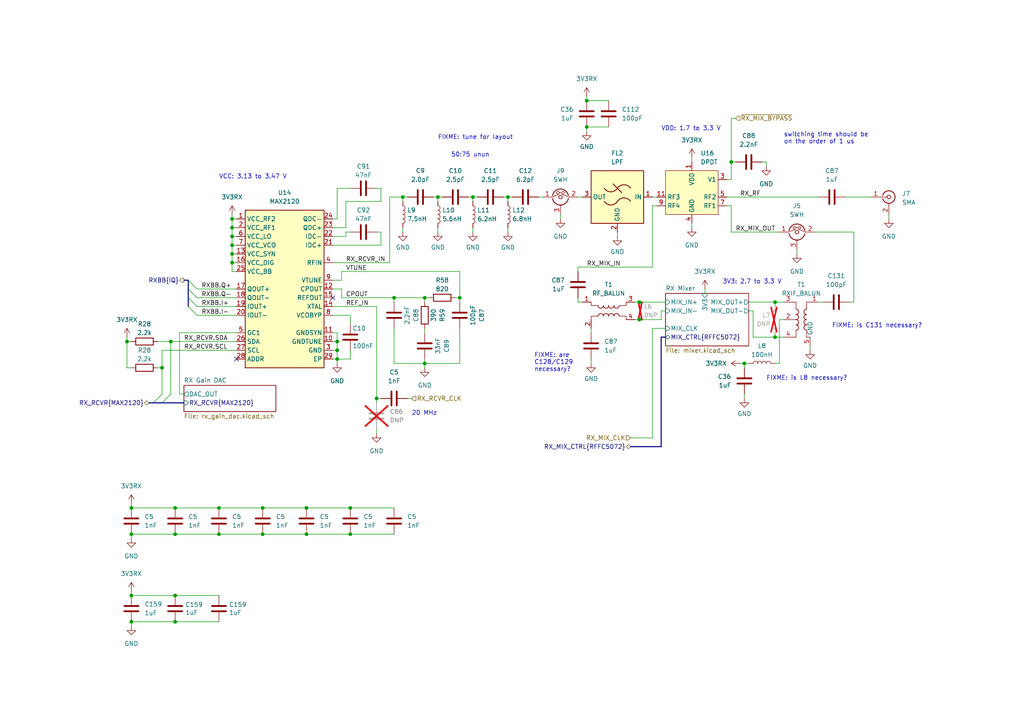
<source format=kicad_sch>
(kicad_sch (version 20230121) (generator eeschema)
  (paper "A4")
  (title_block (title "URTI Mainboard") (date "${DATE}") (rev "${VERSION}") (company "Copyright 2023 Great Scott Gadgets") (comment 1 "Licensed under the CERN-OHL-P v2"))
  (lib_symbols
    (symbol "Connector:Conn_Coaxial" (pin_names (offset 1.016) hide)
      (property "Reference" "J" (at 0.254 3.048 0))
      (property "Value" "Conn_Coaxial" (at 2.921 0 90))
      (symbol "Conn_Coaxial_1_1"
        (pin passive line (at -5.08 0 0) (length 2.54) (name "In") (number "1"))
        (pin passive line (at 0 -5.08 90) (length 2.54) (name "Ext") (number "2"))
      )
    )
    (symbol "Device:C" (pin_numbers hide) (pin_names (offset 0.254))
      (property "Reference" "C" (at 0.635 2.54 0))
      (property "Value" "C" (at 0.635 -2.54 0))
      (symbol "C_1_1"
        (pin passive line (at 0 3.81 270) (length 2.794) (name "~") (number "1"))
        (pin passive line (at 0 -3.81 90) (length 2.794) (name "~") (number "2"))
      )
    )
    (symbol "Device:L" (pin_numbers hide) (pin_names (offset 1.016) hide)
      (property "Reference" "L" (at -1.27 0 90))
      (property "Value" "L" (at 1.905 0 90))
      (symbol "L_1_1"
        (pin passive line (at 0 3.81 270) (length 1.27) (name "1") (number "1"))
        (pin passive line (at 0 -3.81 90) (length 1.27) (name "2") (number "2"))
      )
    )
    (symbol "Device:L_Small" (pin_numbers hide) (pin_names (offset 0.254) hide)
      (property "Reference" "L" (at 0.762 1.016 0))
      (property "Value" "L_Small" (at 0.762 -1.016 0))
      (symbol "L_Small_1_1"
        (pin passive line (at 0 2.54 270) (length 0.508) (name "~") (number "1"))
        (pin passive line (at 0 -2.54 90) (length 0.508) (name "~") (number "2"))
      )
    )
    (symbol "Device:R" (pin_numbers hide) (pin_names (offset 0))
      (property "Reference" "R" (at 2.032 0 90))
      (property "Value" "R" (at 0 0 90))
      (symbol "R_1_1"
        (pin passive line (at 0 3.81 270) (length 1.27) (name "~") (number "1"))
        (pin passive line (at 0 -3.81 90) (length 1.27) (name "~") (number "2"))
      )
    )
    (symbol "GND_2" (power) (pin_names (offset 0))
      (property "Value" "GND_2" (at 0 -3.81 0))
      (symbol "GND_2_1_1"
        (pin power_in line (at 0 0 270) (length 0) hide (name "GND") (number "1"))
      )
    )
    (symbol "RF_Filter:LFCN-80"
      (property "Reference" "FL" (at 0 10.795 0))
      (property "Value" "LFCN-80" (at 0 8.89 0))
      (symbol "LFCN-80_1_1"
        (pin passive line (at -10.16 0 0) (length 2.54) (name "IN") (number "1"))
        (pin passive line (at 0 -10.16 90) (length 2.54) (name "GND") (number "2"))
        (pin passive line (at 10.16 0 180) (length 2.54) (name "OUT") (number "3"))
        (pin passive line (at 0 -10.16 90) (length 2.54) hide (name "GND") (number "4"))
      )
    )
    (symbol "power:GND" (power) (pin_names (offset 0))
      (property "Value" "GND" (at 0 -3.81 0))
      (symbol "GND_1_1"
        (pin power_in line (at 0 0 270) (length 0) hide (name "GND") (number "1"))
      )
    )
    (symbol "radio:1720BL15A0100"
      (property "Reference" "T" (at 0 6.35 0))
      (property "Value" "1720BL15A0100" (at 0 -6.35 0))
      (symbol "1720BL15A0100_1_0"
        (pin no_connect line (at -3.81 0 0) (length 2.54) hide (name "NC") (number "6"))
      )
      (symbol "1720BL15A0100_1_1"
        (pin passive line (at -5.08 5.08 0) (length 2.54) (name "~") (number "1"))
        (pin passive line (at 5.08 0 180) (length 2.54) (name "~") (number "2"))
        (pin passive line (at 5.08 5.08 180) (length 2.54) (name "~") (number "3"))
        (pin passive line (at 5.08 -5.08 180) (length 2.54) (name "~") (number "4"))
        (pin passive line (at -2.54 -7.62 90) (length 2.54) (name "GND") (number "5"))
      )
    )
    (symbol "radio:B0310J50100AHF" (pin_names hide)
      (property "Reference" "T" (at 0 3.81 0))
      (property "Value" "B0310J50100AHF" (at 0 -3.81 0))
      (symbol "B0310J50100AHF_1_0"
        (pin no_connect line (at 1.27 3.81 270) (length 2.54) hide (name "NC") (number "6"))
      )
      (symbol "B0310J50100AHF_1_1"
        (pin passive line (at -7.62 2.54 0) (length 2.54) (name "~") (number "1"))
        (pin passive line (at -5.08 -5.08 90) (length 2.54) (name "GND") (number "2"))
        (pin passive line (at 7.62 2.54 180) (length 2.54) (name "~") (number "3"))
        (pin passive line (at 7.62 -2.54 180) (length 2.54) (name "~") (number "4"))
        (pin no_connect line (at -1.27 3.81 270) (length 2.54) hide (name "NC") (number "5"))
      )
    )
    (symbol "radio:Conn_Coaxial_MM8930-2620" (pin_names (offset 1.016) hide)
      (property "Reference" "J" (at 0 6.35 0))
      (property "Value" "Conn_Coaxial_MM8930-2620" (at 0 3.81 0))
      (symbol "Conn_Coaxial_MM8930-2620_1_1"
        (pin passive line (at -5.08 0 0) (length 2.54) (name "C") (number "1"))
        (pin passive line (at 5.08 0 180) (length 2.54) (name "R") (number "2"))
        (pin passive line (at 0 -5.08 90) (length 2.54) (name "Ext") (number "3"))
      )
    )
    (symbol "radio:MAX2120"
      (property "Reference" "U" (at 0 26.67 0))
      (property "Value" "MAX2120" (at 0 24.13 0))
      (symbol "MAX2120_1_1"
        (pin power_in line (at -13.97 20.32 0) (length 2.54) (name "VCC_RF2") (number "1"))
        (pin power_in line (at 13.97 -15.24 180) (length 2.54) (name "GNDTUNE") (number "10"))
        (pin power_in line (at 13.97 -12.7 180) (length 2.54) (name "GNDSYN") (number "11"))
        (pin output line (at 13.97 0 180) (length 2.54) (name "CPOUT") (number "12"))
        (pin power_in line (at -13.97 10.16 0) (length 2.54) (name "VCC_SYN") (number "13"))
        (pin input line (at 13.97 -5.08 180) (length 2.54) (name "XTAL") (number "14"))
        (pin output line (at 13.97 -2.54 180) (length 2.54) (name "REFOUT") (number "15"))
        (pin power_in line (at -13.97 7.62 0) (length 2.54) (name "VCC_DIG") (number "16"))
        (pin output line (at -13.97 0 0) (length 2.54) (name "QOUT+") (number "17"))
        (pin output line (at -13.97 -2.54 0) (length 2.54) (name "QOUT-") (number "18"))
        (pin output line (at -13.97 -5.08 0) (length 2.54) (name "IOUT+") (number "19"))
        (pin power_in line (at -13.97 17.78 0) (length 2.54) (name "VCC_RF1") (number "2"))
        (pin output line (at -13.97 -7.62 0) (length 2.54) (name "IOUT-") (number "20"))
        (pin passive line (at 13.97 12.7 180) (length 2.54) (name "IDC+") (number "21"))
        (pin passive line (at 13.97 15.24 180) (length 2.54) (name "IDC-") (number "22"))
        (pin passive line (at 13.97 17.78 180) (length 2.54) (name "QDC+") (number "23"))
        (pin passive line (at 13.97 20.32 180) (length 2.54) (name "QDC-") (number "24"))
        (pin power_in line (at -13.97 5.08 0) (length 2.54) (name "VCC_BB") (number "25"))
        (pin input line (at -13.97 -15.24 0) (length 2.54) (name "SDA") (number "26"))
        (pin input line (at -13.97 -17.78 0) (length 2.54) (name "SCL") (number "27"))
        (pin input line (at -13.97 -20.32 0) (length 2.54) (name "ADDR") (number "28"))
        (pin power_in line (at 13.97 -20.32 180) (length 2.54) (name "EP") (number "29"))
        (pin power_in line (at 13.97 -17.78 180) (length 2.54) (name "GND") (number "3"))
        (pin input line (at 13.97 7.62 180) (length 2.54) (name "RFIN") (number "4"))
        (pin input line (at -13.97 -12.7 0) (length 2.54) (name "GC1") (number "5"))
        (pin power_in line (at -13.97 15.24 0) (length 2.54) (name "VCC_LO") (number "6"))
        (pin power_in line (at -13.97 12.7 0) (length 2.54) (name "VCC_VCO") (number "7"))
        (pin passive line (at 13.97 -7.62 180) (length 2.54) (name "VCOBYP") (number "8"))
        (pin input line (at 13.97 2.54 180) (length 2.54) (name "VTUNE") (number "9"))
      )
    )
    (symbol "radio:MXD8546F"
      (property "Reference" "U" (at 6.35 11.43 0))
      (property "Value" "MXD8546F" (at 6.35 8.89 0))
      (symbol "MXD8546F_1_1"
        (pin power_in line (at 0 10.16 270) (length 2.54) (name "VDD") (number "1"))
        (pin passive line (at 0 -7.62 90) (length 2.54) hide (name "GND") (number "10"))
        (pin passive line (at 10.16 0 180) (length 2.54) (name "RF3") (number "11"))
        (pin passive line (at 0 -7.62 90) (length 2.54) hide (name "GND") (number "12"))
        (pin passive line (at 0 -7.62 90) (length 2.54) hide (name "GND") (number "13"))
        (pin no_connect line (at -10.16 0 0) (length 2.54) hide (name "N/C") (number "2"))
        (pin input line (at -10.16 5.08 0) (length 2.54) (name "V1") (number "3"))
        (pin power_in line (at 0 -7.62 90) (length 2.54) (name "GND") (number "4"))
        (pin passive line (at -10.16 0 0) (length 2.54) (name "RF2") (number "5"))
        (pin passive line (at 0 -7.62 90) (length 2.54) hide (name "GND") (number "6"))
        (pin passive line (at -10.16 -2.54 0) (length 2.54) (name "RF1") (number "7"))
        (pin no_connect line (at 10.16 0 180) (length 2.54) hide (name "N/C") (number "8"))
        (pin passive line (at 10.16 -2.54 180) (length 2.54) (name "RF4") (number "9"))
      )
    )
    (symbol "support_hardware:3V3RX" (power) (pin_names (offset 0))
      (property "Value" "3V3RX" (at 0 3.81 0))
      (symbol "3V3RX_1_1"
        (pin power_in line (at 0 0 90) (length 0) hide (name "3V3RX") (number "1"))
      )
    )
  )
  (bus_alias "MAX2120" (members "SCL" "SDA" "GAIN0" "GAIN1" "GAIN2" "GAIN3" "GAIN4" "GAIN5"))
  (junction (at 63.5 147.32))
  (junction (at 63.5 154.94))
  (junction (at 114.3 86.36))
  (junction (at 212.09 46.99))
  (junction (at 127 57.15))
  (junction (at 50.8 180.34))
  (junction (at 36.83 99.06))
  (junction (at 109.22 115.57))
  (junction (at 50.8 172.72))
  (junction (at 215.9 105.41))
  (junction (at 76.2 154.94))
  (junction (at 38.1 172.72))
  (junction (at 185.42 92.71))
  (junction (at 170.18 36.83))
  (junction (at 38.1 147.32))
  (junction (at 133.35 86.36))
  (junction (at 67.31 66.04))
  (junction (at 116.84 57.15))
  (junction (at 224.79 87.63))
  (junction (at 67.31 63.5))
  (junction (at 97.79 101.6))
  (junction (at 97.79 99.06))
  (junction (at 97.79 104.14))
  (junction (at 46.99 106.68))
  (junction (at 224.79 97.79))
  (junction (at 38.1 180.34))
  (junction (at 123.19 105.41))
  (junction (at 170.18 29.21))
  (junction (at 67.31 68.58))
  (junction (at 101.6 147.32))
  (junction (at 67.31 76.2))
  (junction (at 88.9 154.94))
  (junction (at 67.31 71.12))
  (junction (at 76.2 147.32))
  (junction (at 50.8 147.32))
  (junction (at 137.16 57.15))
  (junction (at 123.19 86.36))
  (junction (at 185.42 87.63))
  (junction (at 67.31 73.66))
  (junction (at 50.8 154.94))
  (junction (at 38.1 154.94))
  (junction (at 101.6 154.94))
  (junction (at 88.9 147.32))
  (junction (at 147.32 57.15))
  (junction (at 49.53 99.06))
  (no_connect (at 68.58 104.14))
  (no_connect (at 96.52 86.36))
  (bus_entry (at 54.61 81.28) (size 2.54 2.54))
  (bus_entry (at 54.61 83.82) (size 2.54 2.54))
  (bus_entry (at 44.45 116.84) (size 2.54 -2.54))
  (bus_entry (at 54.61 86.36) (size 2.54 2.54))
  (bus_entry (at 54.61 88.9) (size 2.54 2.54))
  (bus_entry (at 46.99 116.84) (size 2.54 -2.54))
  (wire (pts (xy 213.36 34.29) (xy 212.09 34.29)))
  (wire (pts (xy 123.19 95.25) (xy 123.19 96.52)))
  (wire (pts (xy 67.31 66.04) (xy 68.58 66.04)))
  (wire (pts (xy 189.23 77.47) (xy 189.23 59.69)))
  (wire (pts (xy 57.15 83.82) (xy 68.58 83.82)))
  (wire (pts (xy 36.83 106.68) (xy 38.1 106.68)))
  (wire (pts (xy 101.6 147.32) (xy 114.3 147.32)))
  (wire (pts (xy 101.6 154.94) (xy 114.3 154.94)))
  (wire (pts (xy 231.14 72.39) (xy 231.14 73.66)))
  (wire (pts (xy 191.77 92.71) (xy 185.42 92.71)))
  (wire (pts (xy 171.45 95.25) (xy 171.45 96.52)))
  (wire (pts (xy 245.11 57.15) (xy 252.73 57.15)))
  (wire (pts (xy 109.22 115.57) (xy 109.22 116.84)))
  (wire (pts (xy 170.18 36.83) (xy 170.18 38.1)))
  (wire (pts (xy 191.77 90.17) (xy 191.77 92.71)))
  (wire (pts (xy 224.79 97.79) (xy 224.79 96.52)))
  (wire (pts (xy 215.9 105.41) (xy 215.9 106.68)))
  (wire (pts (xy 257.81 62.23) (xy 257.81 63.5)))
  (wire (pts (xy 110.49 58.42) (xy 110.49 54.61)))
  (wire (pts (xy 99.06 78.74) (xy 99.06 81.28)))
  (wire (pts (xy 171.45 104.14) (xy 171.45 105.41)))
  (wire (pts (xy 36.83 97.79) (xy 36.83 99.06)))
  (wire (pts (xy 215.9 105.41) (xy 217.17 105.41)))
  (bus (pts (xy 191.77 97.79) (xy 191.77 129.54)))
  (wire (pts (xy 67.31 76.2) (xy 68.58 76.2)))
  (wire (pts (xy 123.19 105.41) (xy 133.35 105.41)))
  (bus (pts (xy 54.61 83.82) (xy 54.61 81.28)))
  (wire (pts (xy 193.04 90.17) (xy 191.77 90.17)))
  (wire (pts (xy 212.09 59.69) (xy 212.09 67.31)))
  (wire (pts (xy 97.79 96.52) (xy 97.79 99.06)))
  (wire (pts (xy 114.3 95.25) (xy 114.3 105.41)))
  (wire (pts (xy 246.38 87.63) (xy 247.65 87.63)))
  (wire (pts (xy 167.64 77.47) (xy 189.23 77.47)))
  (wire (pts (xy 116.84 66.04) (xy 116.84 67.31)))
  (wire (pts (xy 38.1 146.05) (xy 38.1 147.32)))
  (wire (pts (xy 236.22 67.31) (xy 247.65 67.31)))
  (wire (pts (xy 57.15 91.44) (xy 68.58 91.44)))
  (wire (pts (xy 167.64 87.63) (xy 168.91 87.63)))
  (wire (pts (xy 210.82 57.15) (xy 237.49 57.15)))
  (wire (pts (xy 96.52 83.82) (xy 99.06 83.82)))
  (wire (pts (xy 217.17 87.63) (xy 224.79 87.63)))
  (wire (pts (xy 96.52 81.28) (xy 99.06 81.28)))
  (wire (pts (xy 184.15 87.63) (xy 185.42 87.63)))
  (wire (pts (xy 96.52 71.12) (xy 110.49 71.12)))
  (wire (pts (xy 99.06 83.82) (xy 99.06 86.36)))
  (wire (pts (xy 67.31 76.2) (xy 67.31 78.74)))
  (wire (pts (xy 234.95 100.33) (xy 234.95 101.6)))
  (bus (pts (xy 44.45 116.84) (xy 46.99 116.84)))
  (wire (pts (xy 133.35 86.36) (xy 132.08 86.36)))
  (wire (pts (xy 217.17 90.17) (xy 218.44 90.17)))
  (wire (pts (xy 109.22 124.46) (xy 109.22 125.73)))
  (wire (pts (xy 46.99 106.68) (xy 46.99 114.3)))
  (wire (pts (xy 100.33 66.04) (xy 100.33 58.42)))
  (wire (pts (xy 45.72 106.68) (xy 46.99 106.68)))
  (wire (pts (xy 67.31 68.58) (xy 68.58 68.58)))
  (wire (pts (xy 100.33 58.42) (xy 110.49 58.42)))
  (wire (pts (xy 133.35 86.36) (xy 133.35 87.63)))
  (wire (pts (xy 38.1 154.94) (xy 50.8 154.94)))
  (wire (pts (xy 67.31 62.23) (xy 67.31 63.5)))
  (wire (pts (xy 99.06 86.36) (xy 114.3 86.36)))
  (wire (pts (xy 222.25 46.99) (xy 222.25 48.26)))
  (wire (pts (xy 50.8 172.72) (xy 63.5 172.72)))
  (wire (pts (xy 167.64 78.74) (xy 167.64 77.47)))
  (wire (pts (xy 88.9 147.32) (xy 101.6 147.32)))
  (wire (pts (xy 213.36 46.99) (xy 212.09 46.99)))
  (wire (pts (xy 96.52 104.14) (xy 97.79 104.14)))
  (wire (pts (xy 114.3 86.36) (xy 114.3 87.63)))
  (wire (pts (xy 123.19 105.41) (xy 123.19 106.68)))
  (wire (pts (xy 170.18 36.83) (xy 176.53 36.83)))
  (wire (pts (xy 226.06 105.41) (xy 224.79 105.41)))
  (bus (pts (xy 182.88 129.54) (xy 191.77 129.54)))
  (wire (pts (xy 38.1 154.94) (xy 38.1 156.21)))
  (wire (pts (xy 137.16 57.15) (xy 137.16 58.42)))
  (wire (pts (xy 110.49 54.61) (xy 109.22 54.61)))
  (wire (pts (xy 227.33 92.71) (xy 226.06 92.71)))
  (wire (pts (xy 133.35 78.74) (xy 99.06 78.74)))
  (wire (pts (xy 224.79 87.63) (xy 224.79 88.9)))
  (wire (pts (xy 101.6 54.61) (xy 97.79 54.61)))
  (wire (pts (xy 185.42 87.63) (xy 193.04 87.63)))
  (wire (pts (xy 67.31 66.04) (xy 67.31 68.58)))
  (wire (pts (xy 97.79 99.06) (xy 97.79 101.6)))
  (wire (pts (xy 45.72 99.06) (xy 49.53 99.06)))
  (wire (pts (xy 125.73 57.15) (xy 127 57.15)))
  (wire (pts (xy 67.31 63.5) (xy 67.31 66.04)))
  (wire (pts (xy 212.09 67.31) (xy 226.06 67.31)))
  (wire (pts (xy 38.1 171.45) (xy 38.1 172.72)))
  (bus (pts (xy 193.04 97.79) (xy 191.77 97.79)))
  (wire (pts (xy 170.18 27.94) (xy 170.18 29.21)))
  (wire (pts (xy 38.1 147.32) (xy 50.8 147.32)))
  (wire (pts (xy 123.19 104.14) (xy 123.19 105.41)))
  (wire (pts (xy 189.23 95.25) (xy 193.04 95.25)))
  (wire (pts (xy 247.65 87.63) (xy 247.65 67.31)))
  (bus (pts (xy 53.34 81.28) (xy 54.61 81.28)))
  (bus (pts (xy 46.99 116.84) (xy 53.34 116.84)))
  (wire (pts (xy 220.98 46.99) (xy 222.25 46.99)))
  (bus (pts (xy 54.61 86.36) (xy 54.61 83.82)))
  (bus (pts (xy 43.18 116.84) (xy 44.45 116.84)))
  (wire (pts (xy 67.31 71.12) (xy 68.58 71.12)))
  (wire (pts (xy 67.31 63.5) (xy 68.58 63.5)))
  (wire (pts (xy 218.44 97.79) (xy 224.79 97.79)))
  (wire (pts (xy 109.22 115.57) (xy 110.49 115.57)))
  (wire (pts (xy 101.6 91.44) (xy 101.6 93.98)))
  (wire (pts (xy 156.21 57.15) (xy 157.48 57.15)))
  (wire (pts (xy 97.79 54.61) (xy 97.79 63.5)))
  (wire (pts (xy 67.31 73.66) (xy 67.31 76.2)))
  (wire (pts (xy 96.52 66.04) (xy 100.33 66.04)))
  (wire (pts (xy 214.63 105.41) (xy 215.9 105.41)))
  (wire (pts (xy 146.05 57.15) (xy 147.32 57.15)))
  (wire (pts (xy 67.31 78.74) (xy 68.58 78.74)))
  (wire (pts (xy 147.32 57.15) (xy 147.32 58.42)))
  (wire (pts (xy 133.35 95.25) (xy 133.35 105.41)))
  (wire (pts (xy 133.35 86.36) (xy 133.35 78.74)))
  (wire (pts (xy 123.19 105.41) (xy 114.3 105.41)))
  (wire (pts (xy 167.64 86.36) (xy 167.64 87.63)))
  (wire (pts (xy 97.79 101.6) (xy 97.79 104.14)))
  (wire (pts (xy 97.79 104.14) (xy 97.79 105.41)))
  (wire (pts (xy 63.5 147.32) (xy 76.2 147.32)))
  (wire (pts (xy 67.31 68.58) (xy 67.31 71.12)))
  (wire (pts (xy 36.83 99.06) (xy 38.1 99.06)))
  (wire (pts (xy 212.09 59.69) (xy 210.82 59.69)))
  (wire (pts (xy 127 66.04) (xy 127 67.31)))
  (wire (pts (xy 68.58 101.6) (xy 46.99 101.6)))
  (wire (pts (xy 96.52 91.44) (xy 101.6 91.44)))
  (wire (pts (xy 127 57.15) (xy 127 58.42)))
  (wire (pts (xy 226.06 92.71) (xy 226.06 105.41)))
  (wire (pts (xy 135.89 57.15) (xy 137.16 57.15)))
  (wire (pts (xy 200.66 45.72) (xy 200.66 46.99)))
  (wire (pts (xy 189.23 127) (xy 189.23 95.25)))
  (wire (pts (xy 57.15 88.9) (xy 68.58 88.9)))
  (wire (pts (xy 118.11 115.57) (xy 119.38 115.57)))
  (wire (pts (xy 96.52 88.9) (xy 109.22 88.9)))
  (wire (pts (xy 227.33 87.63) (xy 224.79 87.63)))
  (wire (pts (xy 76.2 147.32) (xy 88.9 147.32)))
  (bus (pts (xy 54.61 88.9) (xy 54.61 86.36)))
  (wire (pts (xy 88.9 154.94) (xy 101.6 154.94)))
  (wire (pts (xy 96.52 101.6) (xy 97.79 101.6)))
  (wire (pts (xy 162.56 62.23) (xy 162.56 63.5)))
  (wire (pts (xy 184.15 92.71) (xy 185.42 92.71)))
  (wire (pts (xy 113.03 57.15) (xy 116.84 57.15)))
  (wire (pts (xy 200.66 64.77) (xy 200.66 66.04)))
  (wire (pts (xy 46.99 101.6) (xy 46.99 106.68)))
  (wire (pts (xy 212.09 46.99) (xy 212.09 52.07)))
  (wire (pts (xy 182.88 127) (xy 189.23 127)))
  (wire (pts (xy 101.6 101.6) (xy 101.6 104.14)))
  (wire (pts (xy 116.84 57.15) (xy 116.84 58.42)))
  (wire (pts (xy 109.22 67.31) (xy 110.49 67.31)))
  (wire (pts (xy 123.19 86.36) (xy 114.3 86.36)))
  (wire (pts (xy 204.47 83.82) (xy 204.47 85.09)))
  (wire (pts (xy 38.1 180.34) (xy 38.1 181.61)))
  (wire (pts (xy 96.52 96.52) (xy 97.79 96.52)))
  (wire (pts (xy 189.23 57.15) (xy 190.5 57.15)))
  (wire (pts (xy 57.15 86.36) (xy 68.58 86.36)))
  (wire (pts (xy 76.2 154.94) (xy 88.9 154.94)))
  (wire (pts (xy 36.83 99.06) (xy 36.83 106.68)))
  (wire (pts (xy 49.53 99.06) (xy 68.58 99.06)))
  (wire (pts (xy 189.23 59.69) (xy 190.5 59.69)))
  (wire (pts (xy 52.07 114.3) (xy 53.34 114.3)))
  (wire (pts (xy 116.84 57.15) (xy 118.11 57.15)))
  (wire (pts (xy 52.07 96.52) (xy 52.07 114.3)))
  (wire (pts (xy 124.46 86.36) (xy 123.19 86.36)))
  (wire (pts (xy 170.18 29.21) (xy 176.53 29.21)))
  (wire (pts (xy 137.16 66.04) (xy 137.16 67.31)))
  (wire (pts (xy 63.5 154.94) (xy 76.2 154.94)))
  (wire (pts (xy 96.52 76.2) (xy 113.03 76.2)))
  (wire (pts (xy 67.31 73.66) (xy 68.58 73.66)))
  (wire (pts (xy 49.53 99.06) (xy 49.53 114.3)))
  (wire (pts (xy 110.49 71.12) (xy 110.49 67.31)))
  (wire (pts (xy 101.6 104.14) (xy 97.79 104.14)))
  (wire (pts (xy 227.33 97.79) (xy 224.79 97.79)))
  (wire (pts (xy 101.6 67.31) (xy 100.33 67.31)))
  (wire (pts (xy 52.07 96.52) (xy 68.58 96.52)))
  (wire (pts (xy 127 57.15) (xy 128.27 57.15)))
  (wire (pts (xy 215.9 114.3) (xy 215.9 115.57)))
  (wire (pts (xy 96.52 68.58) (xy 100.33 68.58)))
  (wire (pts (xy 137.16 57.15) (xy 138.43 57.15)))
  (wire (pts (xy 212.09 34.29) (xy 212.09 46.99)))
  (wire (pts (xy 67.31 71.12) (xy 67.31 73.66)))
  (wire (pts (xy 38.1 180.34) (xy 50.8 180.34)))
  (wire (pts (xy 167.64 57.15) (xy 168.91 57.15)))
  (wire (pts (xy 100.33 67.31) (xy 100.33 68.58)))
  (wire (pts (xy 218.44 90.17) (xy 218.44 97.79)))
  (wire (pts (xy 50.8 154.94) (xy 63.5 154.94)))
  (wire (pts (xy 109.22 88.9) (xy 109.22 115.57)))
  (wire (pts (xy 113.03 76.2) (xy 113.03 57.15)))
  (wire (pts (xy 50.8 180.34) (xy 63.5 180.34)))
  (wire (pts (xy 147.32 57.15) (xy 148.59 57.15)))
  (wire (pts (xy 212.09 52.07) (xy 210.82 52.07)))
  (wire (pts (xy 237.49 87.63) (xy 238.76 87.63)))
  (wire (pts (xy 96.52 63.5) (xy 97.79 63.5)))
  (wire (pts (xy 38.1 172.72) (xy 50.8 172.72)))
  (wire (pts (xy 50.8 147.32) (xy 63.5 147.32)))
  (wire (pts (xy 179.07 67.31) (xy 179.07 68.58)))
  (wire (pts (xy 147.32 66.04) (xy 147.32 67.31)))
  (wire (pts (xy 96.52 99.06) (xy 97.79 99.06)))
  (wire (pts (xy 123.19 86.36) (xy 123.19 87.63)))
  (text "20 MHz" (at 119.38 120.65 0) (effects (font (size 1.27 1.27)) (justify left bottom)))
  (text "3V3: 2.7 to 3.3 V" (at 209.55 82.55 0) (effects (font (size 1.27 1.27)) (justify left bottom)))
  (text "FIXME: is C131 necessary?" (at 241.3 95.25 0) (effects (font (size 1.27 1.27)) (justify left bottom)))
  (text "switching time should be\non the order of 1 us" (at 227.33 41.91 0) (effects (font (size 1.27 1.27)) (justify left bottom)))
  (text "FIXME: are\nC128/C129\nnecessary?" (at 154.94 107.95 0) (effects (font (size 1.27 1.27)) (justify left bottom)))
  (text "VCC: 3.13 to 3.47 V" (at 63.5 52.07 0) (effects (font (size 1.27 1.27)) (justify left bottom)))
  (text "FIXME: tune for layout" (at 127 40.64 0) (effects (font (size 1.27 1.27)) (justify left bottom)))
  (text "FIXME: is L8 necessary?" (at 222.25 110.49 0) (effects (font (size 1.27 1.27)) (justify left bottom)))
  (text "VDD: 1.7 to 3.3 V" (at 191.77 38.1 0) (effects (font (size 1.27 1.27)) (justify left bottom)))
  (text "50:75 unun" (at 130.81 45.72 0) (effects (font (size 1.27 1.27)) (justify left bottom)))
  (label "RX_RCVR_IN" (at 100.33 76.2 0))
  (label "VTUNE" (at 100.33 78.74 0))
  (label "REF_IN" (at 100.33 88.9 0))
  (label "RXBB.I-" (at 58.42 91.44 0))
  (label "RXBB.I+" (at 58.42 88.9 0))
  (label "RXBB.Q+" (at 58.42 83.82 0))
  (label "RXBB.Q-" (at 58.42 86.36 0))
  (label "RX_MIX_IN" (at 170.18 77.47 0))
  (label "RX_MIX_OUT" (at 213.36 67.31 0))
  (label "RX_RCVR.SCL" (at 53.34 101.6 0))
  (label "RX_RF" (at 214.63 57.15 0))
  (label "CPOUT" (at 100.33 86.36 0))
  (label "RX_RCVR.SDA" (at 53.34 99.06 0))
  (hierarchical_label "RXBB{IQ}" (shape output) (at 53.34 81.28 180))
  (hierarchical_label "RX_RCVR{MAX2120}" (shape bidirectional) (at 43.18 116.84 180))
  (hierarchical_label "RX_MIX_CLK" (shape input) (at 182.88 127 180))
  (hierarchical_label "RX_MIX_CTRL{RFFC5072}" (shape bidirectional) (at 182.88 129.54 180))
  (hierarchical_label "RX_RCVR_CLK" (shape input) (at 119.38 115.57 0))
  (hierarchical_label "~{RX_MIX_BYPASS}" (shape input) (at 213.36 34.29 0))
  (symbol (lib_id "Device:C") (at 109.22 120.65 0) (unit 1) (dnp yes)
    (property "Reference" "C86" (at 113.03 119.38 0) (effects (justify left)))
    (property "Value" "DNP" (at 113.03 121.92 0) (effects (justify left)))
    (instances (project "mainboard" (path "" (reference "C86") (unit 1)) (path "" (reference "C87") (unit 1)) (path "" (reference "C95") (unit 1))))
  )
  (symbol (lib_id "Device:C") (at 123.19 100.33 0) (mirror x) (unit 1)
    (property "Reference" "C89" (at 129.54 100.33 90))
    (property "Value" "33nF" (at 127 100.33 90))
    (instances (project "mainboard" (path "" (reference "C89") (unit 1)) (path "" (reference "C89") (unit 1)) (path "" (reference "C98") (unit 1))))
  )
  (symbol (lib_id "Device:C") (at 241.3 57.15 90) (unit 1)
    (property "Reference" "C87" (at 241.3 49.53 90))
    (property "Value" "1uF" (at 241.3 52.07 90))
    (property "Footprint" "Capacitor_SMD:C_0201_0603Metric" (effects hide))
    (property "Description" "CAP CER 1UF 10V X5R 0201" (effects hide))
    (property "Manufacturer" "Murata" (effects hide))
    (property "Part Number" "GRM033R61A105ME44D" (effects hide))
    (property "Substitution" "GRM033R61A105ME44*, GRM033R61C105ME15*, Samsung CL03A105MO3NRN*" (effects hide))
    (instances (project "mainboard" (path "" (reference "C87") (unit 1)) (path "" (reference "C153") (unit 1)) (path "" (reference "C154") (unit 1))))
  )
  (symbol (lib_id "Device:L") (at 220.98 105.41 90) (unit 1)
    (property "Reference" "L8" (at 220.98 100.33 90))
    (property "Value" "100nH" (at 220.98 102.87 90))
    (property "Footprint" "Inductor_SMD:L_0201_0603Metric" (effects hide))
    (property "Description" "FIXED IND 100NH 80MA 8.05OHM SMD" (effects hide))
    (property "Manufacturer" "Murata" (effects hide))
    (property "Part Number" "LQP03TGR10J02D" (effects hide))
  )
  (symbol (lib_id "Device:C") (at 38.1 151.13 0) (unit 1)
    (property "Reference" "C5" (at 41.91 149.86 0) (effects (justify left)))
    (property "Value" "1nF" (at 41.91 152.4 0) (effects (justify left)))
    (property "Footprint" "Capacitor_SMD:C_0402_1005Metric" (effects hide))
    (property "Part Number" "CL05B102KB5NNNC" (effects hide))
    (property "Substitution" "any equivalent" (effects hide))
    (property "Description" "CAP CER 1000PF 50V X7R 0402" (effects hide))
    (property "Manufacturer" "Samsung" (effects hide))
    (instances (project "mainboard" (path "" (reference "C5") (unit 1)) (path "" (reference "C166") (unit 1))))
  )
  (symbol (lib_id "Device:C") (at 88.9 151.13 0) (unit 1)
    (property "Reference" "C5" (at 92.71 149.86 0) (effects (justify left)))
    (property "Value" "1nF" (at 92.71 152.4 0) (effects (justify left)))
    (property "Footprint" "Capacitor_SMD:C_0402_1005Metric" (effects hide))
    (property "Part Number" "CL05B102KB5NNNC" (effects hide))
    (property "Substitution" "any equivalent" (effects hide))
    (property "Description" "CAP CER 1000PF 50V X7R 0402" (effects hide))
    (property "Manufacturer" "Samsung" (effects hide))
    (instances (project "mainboard" (path "" (reference "C5") (unit 1)) (path "" (reference "C170") (unit 1))))
  )
  (symbol (lib_id "power:GND") (at 231.14 73.66 0) (unit 1)
    (property "Reference" "#PWR023" (effects hide))
    (property "Value" "GND" (at 231.14 78.74 0))
    (instances (project "ununs" (path "" (reference "#PWR023") (unit 1))) (project "mainboard" (path "" (reference "#PWR0158") (unit 1))))
  )
  (symbol (lib_id "support_hardware:3V3RX") (at 214.63 105.41 90) (unit 1)
    (property "Reference" "#PWR0263" (effects hide))
    (property "Value" "3V3RX" (at 210.82 105.41 90) (effects (justify left)))
  )
  (symbol (lib_id "support_hardware:3V3RX") (at 38.1 171.45 0) (unit 1)
    (property "Reference" "#PWR069" (effects hide))
    (property "Value" "3V3RX" (at 38.1 166.37 0))
  )
  (symbol (lib_id "power:GND") (at 38.1 181.61 0) (unit 1)
    (property "Reference" "#PWR067" (effects hide))
    (property "Value" "GND" (at 38.1 186.69 0))
  )
  (symbol (lib_id "power:GND") (at 116.84 67.31 0) (unit 1)
    (property "Reference" "#PWR020" (effects hide))
    (property "Value" "GND" (at 116.84 71.7534 0))
    (instances (project "ununs" (path "" (reference "#PWR020") (unit 1))) (project "mainboard" (path "" (reference "#PWR0203") (unit 1))))
  )
  (symbol (lib_id "radio:MAX2120") (at 82.55 83.82 0) (unit 1)
    (property "Reference" "U14" (at 82.55 55.88 0))
    (property "Value" "MAX2120" (at 82.55 58.42 0))
    (property "Footprint" "Package_DFN_QFN:QFN-28-1EP_5x5mm_P0.5mm_EP3.35x3.35mm_ThermalVias" (effects hide))
    (property "Datasheet" "https://www.analog.com/media/en/technical-documentation/data-sheets/MAX2120.pdf" (effects hide))
    (property "Manufacturer" "Analog Devices" (effects hide))
    (property "Description" "RF RCVR 925MHZ-2.175GHZ 28TQFN" (effects hide))
    (property "Part Number" "MAX2120CTI+T" (effects hide))
    (property "Substitution" "MAX2120CTI+" (effects hide))
  )
  (symbol (lib_id "Device:C") (at 152.4 57.15 90) (unit 1)
    (property "Reference" "C12" (at 152.4 49.53 90))
    (property "Value" "6.2pF" (at 152.4 52.07 90))
    (property "Footprint" "Capacitor_SMD:C_0201_0603Metric" (effects hide))
    (property "Description" "CAP CER 6.2PF 50V C0G/NP0 0201" (effects hide))
    (property "Manufacturer" "Murata" (effects hide))
    (property "Part Number" "GRM0335C1H6R2BA01D" (effects hide))
    (property "Substitution" "GRM0335C1H6R2BA01*" (effects hide))
    (instances (project "ununs" (path "" (reference "C12") (unit 1))) (project "mainboard" (path "" (reference "C111") (unit 1))))
  )
  (symbol (lib_id "Device:R") (at 41.91 106.68 270) (unit 1)
    (property "Reference" "R28" (at 41.91 101.6 90))
    (property "Value" "2.2k" (at 41.91 104.14 90))
    (property "Footprint" "Resistor_SMD:R_0402_1005Metric" (effects hide))
    (property "Part Number" "RC0402JR-072K2L" (effects hide))
    (property "Substitution" "any equivalent" (effects hide))
    (property "Description" "RES 2.2K OHM 5% 1/16W 0402" (effects hide))
    (property "Manufacturer" "Yageo" (effects hide))
    (instances (project "mainboard" (path "" (reference "R28") (unit 1)) (path "" (reference "R61") (unit 1))))
  )
  (symbol (lib_id "Device:C") (at 242.57 87.63 270) (unit 1)
    (property "Reference" "C131" (at 242.57 80.01 90))
    (property "Value" "100pF" (at 242.57 82.55 90))
    (property "Footprint" "Capacitor_SMD:C_0201_0603Metric" (effects hide))
    (property "Description" "CAP CER 100PF 25V C0G/NP0 0201" (effects hide))
    (property "Manufacturer" "Samsung" (effects hide))
    (property "Part Number" "CL03C101JA3NNNC" (effects hide))
  )
  (symbol (lib_id "RF_Filter:LFCN-80") (at 179.07 57.15 0) (mirror y) (unit 1)
    (property "Reference" "FL2" (at 179.07 44.45 0))
    (property "Value" "LPF" (at 179.07 46.99 0))
    (property "Datasheet" "https://productfinder.pulseelectronics.com/api/open/part-attachments/datasheet/LPF1005LL50R2400A" (effects hide))
    (property "Manufacturer" "Yageo" (effects hide))
    (property "Part Number" "LPF1005LL50R2400A" (effects hide))
    (property "Description" "RF FILTER LOW PASS 2.45GHZ 0402" (effects hide))
    (instances (project "mainboard" (path "" (reference "FL2") (unit 1)) (path "" (reference "FL2") (unit 1)) (path "" (reference "FL3") (unit 1))))
  )
  (symbol (lib_id "power:GND") (at 38.1 156.21 0) (unit 1)
    (property "Reference" "#PWR062" (effects hide))
    (property "Value" "GND" (at 38.1 161.29 0))
  )
  (symbol (lib_id "radio:MXD8546F") (at 200.66 57.15 0) (mirror y) (unit 1)
    (property "Reference" "U16" (at 203.2 44.45 0) (effects (justify right)))
    (property "Value" "DPDT" (at 203.2 46.99 0) (effects (justify right)))
    (property "Footprint" "eval:QFN-12-1EP_2x2mm_P0.5mm_EP1x1mm" (effects hide))
    (property "Datasheet" "https://datasheet.lcsc.com/lcsc/1912111437_Maxscend-MXD8546FA_C462321.pdf" (effects hide))
    (property "Manufacturer" "Maxscend" (effects hide))
    (property "Part Number" "MXD8546FA" (effects hide))
    (property "Description" "X-DPDT RF SWITCH" (effects hide))
  )
  (symbol (lib_id "power:GND") (at 97.79 105.41 0) (unit 1)
    (property "Reference" "#PWR0196" (effects hide))
    (property "Value" "GND" (at 97.79 110.49 0))
  )
  (symbol (lib_id "Device:R") (at 123.19 91.44 0) (mirror x) (unit 1)
    (property "Reference" "R59" (at 128.27 91.44 90))
    (property "Value" "390" (at 125.73 91.44 90))
    (instances (project "mainboard" (path "" (reference "R59") (unit 1)) (path "" (reference "R58") (unit 1)) (path "" (reference "R62") (unit 1))))
  )
  (symbol (lib_id "power:GND") (at 257.81 63.5 0) (unit 1)
    (property "Reference" "#PWR023" (effects hide))
    (property "Value" "GND" (at 257.81 68.58 0))
    (instances (project "ununs" (path "" (reference "#PWR023") (unit 1))) (project "mainboard" (path "" (reference "#PWR0266") (unit 1))))
  )
  (symbol (lib_id "radio:Conn_Coaxial_MM8930-2620") (at 162.56 57.15 0) (unit 1)
    (property "Reference" "J9" (at 162.56 49.53 0))
    (property "Value" "SWH" (at 162.56 52.07 0))
    (property "Datasheet" "https://www.murata.com/-/media/webrenewal/support/library/catalog/products/connector/o30e.ashx" (effects hide))
    (property "Description" "COAX CONN TWO-WAY" (effects hide))
    (property "Manufacturer" "Murata" (effects hide))
    (property "Part Number" "MM8930-2620RJ4" (effects hide))
    (property "Substitution" "MM8930-2620RK15" (effects hide))
  )
  (symbol (lib_id "Device:C") (at 132.08 57.15 90) (unit 1)
    (property "Reference" "C10" (at 132.08 49.53 90))
    (property "Value" "2.5pF" (at 132.08 52.07 90))
    (property "Footprint" "Capacitor_SMD:C_0201_0603Metric" (effects hide))
    (property "Description" "CAP CER 2.5PF 50V C0G/NP0 0201" (effects hide))
    (property "Manufacturer" "Murata" (effects hide))
    (property "Part Number" "GRM0335C1H2R5BA01D" (effects hide))
    (property "Substitution" "GRM0335C1H2R5BA01*" (effects hide))
    (instances (project "ununs" (path "" (reference "C10") (unit 1))) (project "mainboard" (path "" (reference "C109") (unit 1))))
  )
  (symbol (lib_id "radio:1720BL15A0100") (at 232.41 92.71 0) (mirror y) (unit 1)
    (property "Reference" "T1" (at 232.41 82.55 0))
    (property "Value" "RXIF_BALUN" (at 232.41 85.09 0))
    (property "Datasheet" "https://www.johansontechnology.com/datasheets/1720BL15A0100/1720BL15A0100.pdf" (effects hide))
    (property "Manufacturer" "Johanson Technology" (effects hide))
    (property "Part Number" "1720BL15A0100001E" (effects hide))
    (property "Description" "BALUN 625MHZ-2.8GHZ 50/100 0805" (effects hide))
    (property "Substitution" "1720BL15A0100, 1720BL15A0100E" (effects hide))
    (instances (project "mainboard" (path "" (reference "T1") (unit 1)) (path "" (reference "T2") (unit 1))))
  )
  (symbol (lib_id "power:GND") (at 222.25 48.26 0) (unit 1)
    (property "Reference" "#PWR023" (effects hide))
    (property "Value" "GND" (at 222.25 53.34 0))
    (instances (project "ununs" (path "" (reference "#PWR023") (unit 1))) (project "mainboard" (path "" (reference "#PWR0222") (unit 1))))
  )
  (symbol (lib_id "Device:L") (at 116.84 62.23 0) (unit 1)
    (property "Reference" "L9" (at 118.11 60.96 0) (effects (justify left)))
    (property "Value" "7.5nH" (at 118.11 63.5 0) (effects (justify left)))
    (property "Footprint" "Inductor_SMD:L_0201_0603Metric" (effects hide))
    (property "Description" "FIXED IND 7.5NH 400MA 300MOHM SM" (effects hide))
    (property "Manufacturer" "Murata" (effects hide))
    (property "Part Number" "LQP03HQ7N5H02D" (effects hide))
    (instances (project "ununs" (path "" (reference "L9") (unit 1))) (project "mainboard" (path "" (reference "L2") (unit 1))))
  )
  (symbol (lib_id "support_hardware:3V3RX") (at 38.1 146.05 0) (unit 1)
    (property "Reference" "#PWR063" (effects hide))
    (property "Value" "3V3RX" (at 38.1 140.97 0))
  )
  (symbol (lib_id "Device:C") (at 105.41 67.31 90) (unit 1)
    (property "Reference" "C92" (at 105.41 60.96 90))
    (property "Value" "47nF" (at 105.41 63.5 90))
    (property "Footprint" "Capacitor_SMD:C_0201_0603Metric" (effects hide))
  )
  (symbol (lib_id "power:GND") (at 162.56 63.5 0) (unit 1)
    (property "Reference" "#PWR023" (effects hide))
    (property "Value" "GND" (at 162.56 68.58 0))
    (instances (project "ununs" (path "" (reference "#PWR023") (unit 1))) (project "mainboard" (path "" (reference "#PWR0180") (unit 1))))
  )
  (symbol (lib_id "support_hardware:3V3RX") (at 36.83 97.79 0) (unit 1)
    (property "Reference" "#PWR0195" (effects hide))
    (property "Value" "3V3RX" (at 36.83 92.71 0))
  )
  (symbol (lib_id "Device:C") (at 105.41 54.61 90) (unit 1)
    (property "Reference" "C91" (at 105.41 48.26 90))
    (property "Value" "47nF" (at 105.41 50.8 90))
    (property "Footprint" "Capacitor_SMD:C_0201_0603Metric" (effects hide))
  )
  (symbol (lib_id "Device:C") (at 63.5 176.53 0) (unit 1)
    (property "Reference" "C159" (at 66.421 175.3616 0) (effects (justify left)))
    (property "Value" "1uF" (at 66.421 177.673 0) (effects (justify left)))
    (property "Footprint" "Capacitor_SMD:C_0402_1005Metric" (effects hide))
    (property "Part Number" "CL05A105KP5NNNC" (effects hide))
    (property "Substitution" "any equivalent" (effects hide))
    (property "Description" "CAP CER 1UF 10V X5R 0402" (effects hide))
    (property "Manufacturer" "Samsung" (effects hide))
    (instances (project "mainboard" (path "" (reference "C159") (unit 1)) (path "" (reference "C158") (unit 1)) (path "" (reference "C160") (unit 1)) (path "" (reference "C175") (unit 1))))
  )
  (symbol (lib_id "support_hardware:3V3RX") (at 170.18 27.94 0) (unit 1)
    (property "Reference" "#PWR0221" (effects hide))
    (property "Value" "3V3RX" (at 170.18 22.86 0))
  )
  (symbol (lib_id "Device:C") (at 114.3 91.44 0) (mirror x) (unit 1)
    (property "Reference" "C88" (at 120.65 91.44 90))
    (property "Value" "2.2nF" (at 118.11 91.44 90))
    (property "Footprint" "Capacitor_SMD:C_0201_0603Metric" (effects hide))
    (property "Description" "CAP CER 2200PF 10V X7R 0201" (effects hide))
    (property "Manufacturer" "Murata" (effects hide))
    (property "Part Number" "GRM033R71A222KA01D" (effects hide))
    (property "Substitution" "GRM033R71A222KA01*" (effects hide))
    (instances (project "mainboard" (path "" (reference "C88") (unit 1)) (path "" (reference "C88") (unit 1)) (path "" (reference "C97") (unit 1))))
  )
  (symbol (lib_id "Device:L") (at 147.32 62.23 0) (unit 1)
    (property "Reference" "L12" (at 148.59 60.96 0) (effects (justify left)))
    (property "Value" "6.8nH" (at 148.59 63.5 0) (effects (justify left)))
    (property "Footprint" "Inductor_SMD:L_0201_0603Metric" (effects hide))
    (property "Description" "FIXED IND 6.8NH 400MA 300MOHM SM" (effects hide))
    (property "Manufacturer" "Murata" (effects hide))
    (property "Part Number" "LQP03HQ6N8H02D" (effects hide))
    (instances (project "ununs" (path "" (reference "L12") (unit 1))) (project "mainboard" (path "" (reference "L5") (unit 1))))
  )
  (symbol (lib_id "Device:C") (at 170.18 33.02 0) (mirror x) (unit 1)
    (property "Reference" "C36" (at 166.37 31.75 0) (effects (justify right)))
    (property "Value" "1uF" (at 166.37 34.29 0) (effects (justify right)))
    (property "Footprint" "Capacitor_SMD:C_0201_0603Metric" (effects hide))
    (property "Part Number" "GRM033R61A105ME44D" (effects hide))
    (property "Substitution" "GRM033R61A105ME44*, GRM033R61C105ME15*, Samsung CL03A105MO3NRN*" (effects hide))
    (property "Description" "CAP CER 1UF 10V X5R 0201" (effects hide))
    (property "Manufacturer" "Murata" (effects hide))
    (instances (project "mainboard" (path "" (reference "C36") (unit 1)) (path "" (reference "C93") (unit 1))))
  )
  (symbol (lib_name "GND_2") (lib_id "power:GND") (at 123.19 106.68 0) (unit 1)
    (property "Reference" "#PWR0194" (effects hide))
    (property "Value" "GND" (at 123.19 111.76 0))
    (instances (project "mainboard" (path "" (reference "#PWR0194") (unit 1)) (path "" (reference "#PWR0193") (unit 1)) (path "" (reference "#PWR0202") (unit 1))))
  )
  (symbol (lib_id "Device:C") (at 76.2 151.13 0) (unit 1)
    (property "Reference" "C5" (at 80.01 149.86 0) (effects (justify left)))
    (property "Value" "1nF" (at 80.01 152.4 0) (effects (justify left)))
    (property "Footprint" "Capacitor_SMD:C_0402_1005Metric" (effects hide))
    (property "Part Number" "CL05B102KB5NNNC" (effects hide))
    (property "Substitution" "any equivalent" (effects hide))
    (property "Description" "CAP CER 1000PF 50V X7R 0402" (effects hide))
    (property "Manufacturer" "Samsung" (effects hide))
    (instances (project "mainboard" (path "" (reference "C5") (unit 1)) (path "" (reference "C169") (unit 1))))
  )
  (symbol (lib_id "power:GND") (at 127 67.31 0) (unit 1)
    (property "Reference" "#PWR021" (effects hide))
    (property "Value" "GND" (at 127 71.7534 0))
    (instances (project "ununs" (path "" (reference "#PWR021") (unit 1))) (project "mainboard" (path "" (reference "#PWR0207") (unit 1))))
  )
  (symbol (lib_id "Device:C") (at 114.3 151.13 0) (unit 1)
    (property "Reference" "C5" (at 118.11 149.86 0) (effects (justify left)))
    (property "Value" "1nF" (at 118.11 152.4 0) (effects (justify left)))
    (property "Footprint" "Capacitor_SMD:C_0402_1005Metric" (effects hide))
    (property "Part Number" "CL05B102KB5NNNC" (effects hide))
    (property "Substitution" "any equivalent" (effects hide))
    (property "Description" "CAP CER 1000PF 50V X7R 0402" (effects hide))
    (property "Manufacturer" "Samsung" (effects hide))
    (instances (project "mainboard" (path "" (reference "C5") (unit 1)) (path "" (reference "C172") (unit 1))))
  )
  (symbol (lib_id "power:GND") (at 171.45 105.41 0) (unit 1)
    (property "Reference" "#PWR023" (effects hide))
    (property "Value" "GND" (at 171.45 109.8534 0))
    (instances (project "ununs" (path "" (reference "#PWR023") (unit 1))) (project "mainboard" (path "" (reference "#PWR0243") (unit 1))))
  )
  (symbol (lib_id "power:GND") (at 234.95 101.6 0) (mirror y) (unit 1)
    (property "Reference" "#PWR023" (effects hide))
    (property "Value" "GND" (at 234.95 106.0434 0))
    (instances (project "ununs" (path "" (reference "#PWR023") (unit 1))) (project "mainboard" (path "" (reference "#PWR0242") (unit 1))))
  )
  (symbol (lib_id "Device:C") (at 121.92 57.15 90) (unit 1)
    (property "Reference" "C9" (at 121.92 49.53 90))
    (property "Value" "2.0pF" (at 121.92 52.07 90))
    (property "Footprint" "Capacitor_SMD:C_0201_0603Metric" (effects hide))
    (property "Description" "CAP CER 2PF 50V C0G/NP0 0201" (effects hide))
    (property "Manufacturer" "Murata" (effects hide))
    (property "Part Number" "GRM0335C1H2R0BA01D" (effects hide))
    (property "Substitution" "GRM0335C1H2R0BA01*" (effects hide))
    (instances (project "ununs" (path "" (reference "C9") (unit 1))) (project "mainboard" (path "" (reference "C108") (unit 1))))
  )
  (symbol (lib_id "Device:C") (at 215.9 110.49 0) (mirror x) (unit 1)
    (property "Reference" "C36" (at 212.09 109.22 0) (effects (justify right)))
    (property "Value" "1uF" (at 212.09 111.76 0) (effects (justify right)))
    (property "Footprint" "Capacitor_SMD:C_0402_1005Metric" (effects hide))
    (property "Part Number" "CL05A105KP5NNNC" (effects hide))
    (property "Substitution" "any equivalent" (effects hide))
    (property "Description" "CAP CER 1UF 10V X5R 0402" (effects hide))
    (property "Manufacturer" "Samsung" (effects hide))
    (instances (project "mainboard" (path "" (reference "C36") (unit 1)) (path "" (reference "C130") (unit 1))))
  )
  (symbol (lib_id "power:GND") (at 215.9 115.57 0) (mirror y) (unit 1)
    (property "Reference" "#PWR023" (effects hide))
    (property "Value" "GND" (at 215.9 120.0134 0))
    (instances (project "ununs" (path "" (reference "#PWR023") (unit 1))) (project "mainboard" (path "" (reference "#PWR0246") (unit 1))))
  )
  (symbol (lib_id "Device:C") (at 133.35 91.44 0) (mirror x) (unit 1)
    (property "Reference" "C87" (at 139.7 91.44 90))
    (property "Value" "100pF" (at 137.16 91.44 90))
    (property "Footprint" "Capacitor_SMD:C_0201_0603Metric" (effects hide))
    (property "Description" "CAP CER 100PF 25V C0G/NP0 0201" (effects hide))
    (property "Manufacturer" "Samsung" (effects hide))
    (property "Part Number" "CL03C101JA3NNNC" (effects hide))
    (instances (project "mainboard" (path "" (reference "C87") (unit 1)) (path "" (reference "C90") (unit 1)) (path "" (reference "C99") (unit 1))))
  )
  (symbol (lib_id "support_hardware:3V3RX") (at 67.31 62.23 0) (unit 1)
    (property "Reference" "#PWR0252" (effects hide))
    (property "Value" "3V3RX" (at 67.31 57.15 0))
  )
  (symbol (lib_id "Device:C") (at 114.3 115.57 90) (unit 1)
    (property "Reference" "C5" (at 114.3 107.95 90))
    (property "Value" "1nF" (at 114.3 110.49 90))
    (property "Footprint" "Capacitor_SMD:C_0402_1005Metric" (effects hide))
    (property "Part Number" "CL05B102KB5NNNC" (effects hide))
    (property "Substitution" "any equivalent" (effects hide))
    (property "Description" "CAP CER 1000PF 50V X7R 0402" (effects hide))
    (property "Manufacturer" "Samsung" (effects hide))
    (instances (project "mainboard" (path "" (reference "C5") (unit 1)) (path "" (reference "C94") (unit 1))))
  )
  (symbol (lib_id "radio:Conn_Coaxial_MM8930-2620") (at 231.14 67.31 0) (unit 1)
    (property "Reference" "J5" (at 231.14 59.69 0))
    (property "Value" "SWH" (at 231.14 62.23 0))
    (property "Datasheet" "https://www.murata.com/-/media/webrenewal/support/library/catalog/products/connector/o30e.ashx" (effects hide))
    (property "Description" "COAX CONN TWO-WAY" (effects hide))
    (property "Manufacturer" "Murata" (effects hide))
    (property "Part Number" "MM8930-2620RJ4" (effects hide))
    (property "Substitution" "MM8930-2620RK15" (effects hide))
  )
  (symbol (lib_id "Device:L_Small") (at 185.42 90.17 0) (unit 1) (dnp yes)
    (property "Reference" "L6" (at 186.69 88.9 0) (effects (justify left)))
    (property "Value" "DNP" (at 186.69 91.44 0) (effects (justify left)))
  )
  (symbol (lib_id "Device:R") (at 41.91 99.06 270) (unit 1)
    (property "Reference" "R28" (at 41.91 93.98 90))
    (property "Value" "2.2k" (at 41.91 96.52 90))
    (property "Footprint" "Resistor_SMD:R_0402_1005Metric" (effects hide))
    (property "Part Number" "RC0402JR-072K2L" (effects hide))
    (property "Substitution" "any equivalent" (effects hide))
    (property "Description" "RES 2.2K OHM 5% 1/16W 0402" (effects hide))
    (property "Manufacturer" "Yageo" (effects hide))
    (instances (project "mainboard" (path "" (reference "R28") (unit 1)) (path "" (reference "R60") (unit 1))))
  )
  (symbol (lib_id "Device:C") (at 50.8 151.13 0) (unit 1)
    (property "Reference" "C5" (at 54.61 149.86 0) (effects (justify left)))
    (property "Value" "1nF" (at 54.61 152.4 0) (effects (justify left)))
    (property "Footprint" "Capacitor_SMD:C_0402_1005Metric" (effects hide))
    (property "Part Number" "CL05B102KB5NNNC" (effects hide))
    (property "Substitution" "any equivalent" (effects hide))
    (property "Description" "CAP CER 1000PF 50V X7R 0402" (effects hide))
    (property "Manufacturer" "Samsung" (effects hide))
    (instances (project "mainboard" (path "" (reference "C5") (unit 1)) (path "" (reference "C167") (unit 1))))
  )
  (symbol (lib_id "Device:C") (at 167.64 82.55 0) (unit 1)
    (property "Reference" "C87" (at 163.83 81.28 0) (effects (justify right)))
    (property "Value" "1uF" (at 163.83 83.82 0) (effects (justify right)))
    (property "Footprint" "Capacitor_SMD:C_0201_0603Metric" (effects hide))
    (property "Description" "CAP CER 1UF 10V X5R 0201" (effects hide))
    (property "Manufacturer" "Murata" (effects hide))
    (property "Part Number" "GRM033R61A105ME44D" (effects hide))
    (property "Substitution" "GRM033R61A105ME44*, GRM033R61C105ME15*, Samsung CL03A105MO3NRN*" (effects hide))
    (instances (project "mainboard" (path "" (reference "C87") (unit 1)) (path "" (reference "C90") (unit 1)) (path "" (reference "C129") (unit 1))))
  )
  (symbol (lib_id "power:GND") (at 200.66 66.04 0) (unit 1)
    (property "Reference" "#PWR023" (effects hide))
    (property "Value" "GND" (at 200.66 71.12 0))
    (instances (project "ununs" (path "" (reference "#PWR023") (unit 1))) (project "mainboard" (path "" (reference "#PWR0219") (unit 1))))
  )
  (symbol (lib_id "Device:L") (at 224.79 92.71 0) (mirror y) (unit 1) (dnp yes)
    (property "Reference" "L7" (at 223.52 91.44 0) (effects (justify left)))
    (property "Value" "DNP" (at 223.52 93.98 0) (effects (justify left)))
  )
  (symbol (lib_id "Device:C") (at 171.45 100.33 180) (unit 1)
    (property "Reference" "C87" (at 175.26 99.06 0) (effects (justify right)))
    (property "Value" "1uF" (at 175.26 101.6 0) (effects (justify right)))
    (property "Footprint" "Capacitor_SMD:C_0201_0603Metric" (effects hide))
    (property "Description" "CAP CER 1UF 10V X5R 0201" (effects hide))
    (property "Manufacturer" "Murata" (effects hide))
    (property "Part Number" "GRM033R61A105ME44D" (effects hide))
    (property "Substitution" "GRM033R61A105ME44*, GRM033R61C105ME15*, Samsung CL03A105MO3NRN*" (effects hide))
    (instances (project "mainboard" (path "" (reference "C87") (unit 1)) (path "" (reference "C90") (unit 1)) (path "" (reference "C128") (unit 1))))
  )
  (symbol (lib_id "Device:R") (at 128.27 86.36 270) (mirror x) (unit 1)
    (property "Reference" "R58" (at 128.27 81.28 90))
    (property "Value" "820" (at 128.27 83.82 90))
    (instances (project "mainboard" (path "" (reference "R58") (unit 1)) (path "" (reference "R59") (unit 1)) (path "" (reference "R63") (unit 1))))
  )
  (symbol (lib_id "Device:C") (at 38.1 176.53 0) (unit 1)
    (property "Reference" "C159" (at 41.91 175.26 0) (effects (justify left)))
    (property "Value" "1uF" (at 41.91 177.8 0) (effects (justify left)))
    (property "Footprint" "Capacitor_SMD:C_0402_1005Metric" (effects hide))
    (property "Part Number" "CL05A105KP5NNNC" (effects hide))
    (property "Substitution" "any equivalent" (effects hide))
    (property "Description" "CAP CER 1UF 10V X5R 0402" (effects hide))
    (property "Manufacturer" "Samsung" (effects hide))
    (instances (project "mainboard" (path "" (reference "C159") (unit 1)) (path "" (reference "C158") (unit 1)) (path "" (reference "C160") (unit 1)) (path "" (reference "C173") (unit 1))))
  )
  (symbol (lib_id "Device:C") (at 142.24 57.15 90) (unit 1)
    (property "Reference" "C11" (at 142.24 49.53 90))
    (property "Value" "2.5pF" (at 142.24 52.07 90))
    (property "Footprint" "Capacitor_SMD:C_0201_0603Metric" (effects hide))
    (property "Description" "CAP CER 2.5PF 50V C0G/NP0 0201" (effects hide))
    (property "Manufacturer" "Murata" (effects hide))
    (property "Part Number" "GRM0335C1H2R5BA01D" (effects hide))
    (property "Substitution" "GRM0335C1H2R5BA01*" (effects hide))
    (instances (project "ununs" (path "" (reference "C11") (unit 1))) (project "mainboard" (path "" (reference "C110") (unit 1))))
  )
  (symbol (lib_id "power:GND") (at 137.16 67.31 0) (unit 1)
    (property "Reference" "#PWR022" (effects hide))
    (property "Value" "GND" (at 137.16 71.7534 0))
    (instances (project "ununs" (path "" (reference "#PWR022") (unit 1))) (project "mainboard" (path "" (reference "#PWR0215") (unit 1))))
  )
  (symbol (lib_id "Device:C") (at 101.6 151.13 0) (unit 1)
    (property "Reference" "C5" (at 105.41 149.86 0) (effects (justify left)))
    (property "Value" "1nF" (at 105.41 152.4 0) (effects (justify left)))
    (property "Footprint" "Capacitor_SMD:C_0402_1005Metric" (effects hide))
    (property "Part Number" "CL05B102KB5NNNC" (effects hide))
    (property "Substitution" "any equivalent" (effects hide))
    (property "Description" "CAP CER 1000PF 50V X7R 0402" (effects hide))
    (property "Manufacturer" "Samsung" (effects hide))
    (instances (project "mainboard" (path "" (reference "C5") (unit 1)) (path "" (reference "C171") (unit 1))))
  )
  (symbol (lib_id "radio:B0310J50100AHF") (at 176.53 90.17 0) (unit 1)
    (property "Reference" "T1" (at 176.53 82.55 0))
    (property "Value" "RF_BALUN" (at 176.53 85.09 0))
    (property "Datasheet" "https://cdn.ttm.com/repository/products/wireless-xinger/balun-transformers/B0310J50100AHF/B0310J50100AHF.pdf" (effects hide))
    (property "Description" "BALUN 300MHZ-1GHZ 50/100 0805" (effects hide))
    (property "Manufacturer" "TTM Technologies" (effects hide))
    (property "Part Number" "B0310J50100AHF" (effects hide))
  )
  (symbol (lib_id "support_hardware:3V3RX") (at 200.66 45.72 0) (unit 1)
    (property "Reference" "#PWR0220" (effects hide))
    (property "Value" "3V3RX" (at 200.66 40.64 0))
  )
  (symbol (lib_id "power:GND") (at 147.32 67.31 0) (unit 1)
    (property "Reference" "#PWR023" (effects hide))
    (property "Value" "GND" (at 147.32 71.7534 0))
    (instances (project "ununs" (path "" (reference "#PWR023") (unit 1))) (project "mainboard" (path "" (reference "#PWR0216") (unit 1))))
  )
  (symbol (lib_id "support_hardware:3V3RX") (at 204.47 83.82 0) (unit 1)
    (property "Reference" "#PWR0197" (effects hide))
    (property "Value" "3V3RX" (at 204.47 78.74 0))
  )
  (symbol (lib_id "Device:L") (at 127 62.23 0) (unit 1)
    (property "Reference" "L10" (at 128.27 60.96 0) (effects (justify left)))
    (property "Value" "5.6nH" (at 128.27 63.5 0) (effects (justify left)))
    (property "Footprint" "Inductor_SMD:L_0201_0603Metric" (effects hide))
    (property "Description" "FIXED IND 5.6NH 400MA 250MOHM SM" (effects hide))
    (property "Manufacturer" "Murata" (effects hide))
    (property "Part Number" "LQP03HQ5N6H02D" (effects hide))
    (instances (project "ununs" (path "" (reference "L10") (unit 1))) (project "mainboard" (path "" (reference "L3") (unit 1))))
  )
  (symbol (lib_id "Device:C") (at 63.5 151.13 0) (unit 1)
    (property "Reference" "C5" (at 67.31 149.86 0) (effects (justify left)))
    (property "Value" "1nF" (at 67.31 152.4 0) (effects (justify left)))
    (property "Footprint" "Capacitor_SMD:C_0402_1005Metric" (effects hide))
    (property "Part Number" "CL05B102KB5NNNC" (effects hide))
    (property "Substitution" "any equivalent" (effects hide))
    (property "Description" "CAP CER 1000PF 50V X7R 0402" (effects hide))
    (property "Manufacturer" "Samsung" (effects hide))
    (instances (project "mainboard" (path "" (reference "C5") (unit 1)) (path "" (reference "C168") (unit 1))))
  )
  (symbol (lib_id "Device:L") (at 137.16 62.23 0) (unit 1)
    (property "Reference" "L11" (at 138.43 60.96 0) (effects (justify left)))
    (property "Value" "6.2nH" (at 138.43 63.5 0) (effects (justify left)))
    (property "Footprint" "Inductor_SMD:L_0201_0603Metric" (effects hide))
    (property "Description" "FIXED IND 6.2NH 400MA 250MOHM SM" (effects hide))
    (property "Manufacturer" "Murata" (effects hide))
    (property "Part Number" "LQP03HQ6N2H02D" (effects hide))
    (instances (project "ununs" (path "" (reference "L11") (unit 1))) (project "mainboard" (path "" (reference "L4") (unit 1))))
  )
  (symbol (lib_id "power:GND") (at 179.07 68.58 0) (unit 1)
    (property "Reference" "#PWR023" (effects hide))
    (property "Value" "GND" (at 179.07 73.0234 0))
    (instances (project "ununs" (path "" (reference "#PWR023") (unit 1))) (project "mainboard" (path "" (reference "#PWR0217") (unit 1))))
  )
  (symbol (lib_id "Device:C") (at 101.6 97.79 0) (unit 1)
    (property "Reference" "C10" (at 102.235 95.25 0) (effects (justify left)))
    (property "Value" "100nF" (at 102.235 100.33 0) (effects (justify left)))
    (property "Footprint" "Capacitor_SMD:C_0402_1005Metric" (effects hide))
    (property "Part Number" "CL05A104KA5NNNC" (effects hide))
    (property "Substitution" "any equivalent" (effects hide))
    (property "Description" "CAP CER 0.1UF 25V X5R 0402" (effects hide))
    (property "Manufacturer" "Samsung" (effects hide))
    (instances (project "mainboard" (path "" (reference "C10") (unit 1)) (path "" (reference "C63") (unit 1)) (path "" (reference "C96") (unit 1))))
  )
  (symbol (lib_id "Device:C") (at 217.17 46.99 270) (mirror x) (unit 1)
    (property "Reference" "C88" (at 217.17 39.37 90))
    (property "Value" "2.2nF" (at 217.17 41.91 90))
    (property "Footprint" "Capacitor_SMD:C_0201_0603Metric" (effects hide))
    (property "Description" "CAP CER 2200PF 10V X7R 0201" (effects hide))
    (property "Manufacturer" "Murata" (effects hide))
    (property "Part Number" "GRM033R71A222KA01D" (effects hide))
    (property "Substitution" "GRM033R71A222KA01*" (effects hide))
    (instances (project "mainboard" (path "" (reference "C88") (unit 1)) (path "" (reference "C88") (unit 1)) (path "" (reference "C113") (unit 1))))
  )
  (symbol (lib_name "GND_2") (lib_id "power:GND") (at 109.22 125.73 0) (unit 1)
    (property "Reference" "#PWR0194" (effects hide))
    (property "Value" "GND" (at 109.22 130.81 0))
    (instances (project "mainboard" (path "" (reference "#PWR0194") (unit 1)) (path "" (reference "#PWR0193") (unit 1)) (path "" (reference "#PWR0198") (unit 1))))
  )
  (symbol (lib_id "Device:C") (at 50.8 176.53 0) (unit 1)
    (property "Reference" "C159" (at 53.721 175.3616 0) (effects (justify left)))
    (property "Value" "1uF" (at 53.721 177.673 0) (effects (justify left)))
    (property "Footprint" "Capacitor_SMD:C_0402_1005Metric" (effects hide))
    (property "Part Number" "CL05A105KP5NNNC" (effects hide))
    (property "Substitution" "any equivalent" (effects hide))
    (property "Description" "CAP CER 1UF 10V X5R 0402" (effects hide))
    (property "Manufacturer" "Samsung" (effects hide))
    (instances (project "mainboard" (path "" (reference "C159") (unit 1)) (path "" (reference "C158") (unit 1)) (path "" (reference "C160") (unit 1)) (path "" (reference "C174") (unit 1))))
  )
  (symbol (lib_id "Device:C") (at 176.53 33.02 0) (unit 1)
    (property "Reference" "C112" (at 180.34 31.75 0) (effects (justify left)))
    (property "Value" "100pF" (at 180.34 34.29 0) (effects (justify left)))
    (property "Footprint" "Capacitor_SMD:C_0201_0603Metric" (effects hide))
    (property "Description" "CAP CER 100PF 25V C0G/NP0 0201" (effects hide))
    (property "Manufacturer" "Samsung" (effects hide))
    (property "Part Number" "CL03C101JA3NNNC" (effects hide))
  )
  (symbol (lib_id "power:GND") (at 170.18 38.1 0) (mirror y) (unit 1)
    (property "Reference" "#PWR023" (effects hide))
    (property "Value" "GND" (at 170.18 42.5434 0))
    (instances (project "ununs" (path "" (reference "#PWR023") (unit 1))) (project "mainboard" (path "" (reference "#PWR0265") (unit 1))))
  )
  (symbol (lib_id "Connector:Conn_Coaxial") (at 257.81 57.15 0) (unit 1)
    (property "Reference" "J7" (at 261.62 56.1732 0) (effects (justify left)))
    (property "Value" "SMA" (at 261.62 58.7132 0) (effects (justify left)))
    (property "Datasheet" " ~" (effects hide))
    (property "Description" "CONN SMA RCPT STR 50OHM EDGE MNT" (effects hide))
    (property "Manufacturer" "TE Connectivity Linx" (effects hide))
    (property "Part Number" "CONSMA003.062" (effects hide))
  )
  (sheet (at 193.04 85.09) (size 24.13 15.24) (stroke (width 0.1524))
    (property "Sheetname" "RX Mixer" (at 193.04 84.3784 0) (effects (justify left bottom)))
    (property "Sheetfile" "mixer.kicad_sch" (at 193.04 100.9146 0) (effects (justify left top)))
    (pin "MIX_IN+" input (at 193.04 87.63 180))
    (pin "MIX_IN-" input (at 193.04 90.17 180))
    (pin "MIX_OUT-" output (at 217.17 90.17 0))
    (pin "MIX_OUT+" output (at 217.17 87.63 0))
    (pin "MIX_CTRL{RFFC5072}" bidirectional (at 193.04 97.79 180))
    (pin "MIX_CLK" input (at 193.04 95.25 180))
    (pin "3V3" input (at 204.47 85.09 90))
  )
  (sheet (at 53.34 111.76) (size 26.67 7.62) (stroke (width 0.1524))
    (property "Sheetname" "RX Gain DAC" (at 53.34 111.0484 0) (effects (justify left bottom)))
    (property "Sheetfile" "rx_gain_dac.kicad_sch" (at 53.34 119.9646 0) (effects (justify left top)))
    (pin "DAC_OUT" output (at 53.34 114.3 180))
    (pin "RX_RCVR{MAX2120}" input (at 53.34 116.84 180))
  )
)
</source>
